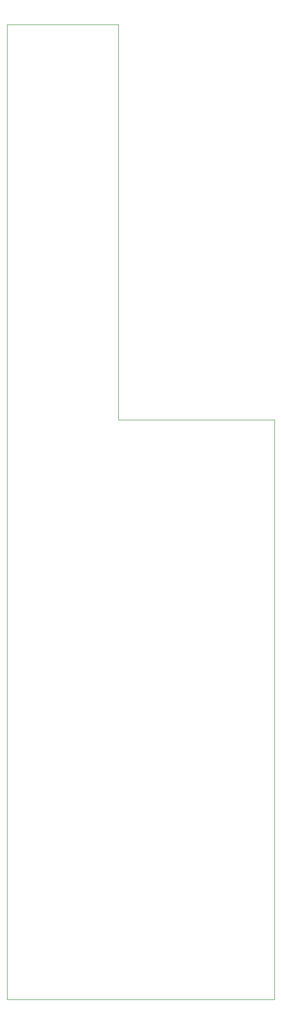
<source format=gm1>
%TF.GenerationSoftware,KiCad,Pcbnew,8.0.5*%
%TF.CreationDate,2024-12-03T23:42:19+01:00*%
%TF.ProjectId,DMH_Multiverter_PCB_Conn,444d485f-4d75-46c7-9469-766572746572,1*%
%TF.SameCoordinates,Original*%
%TF.FileFunction,Profile,NP*%
%FSLAX46Y46*%
G04 Gerber Fmt 4.6, Leading zero omitted, Abs format (unit mm)*
G04 Created by KiCad (PCBNEW 8.0.5) date 2024-12-03 23:42:19*
%MOMM*%
%LPD*%
G01*
G04 APERTURE LIST*
%TA.AperFunction,Profile*%
%ADD10C,0.100000*%
%TD*%
G04 APERTURE END LIST*
D10*
X71000000Y-113500000D02*
X99000000Y-113500000D01*
X51000000Y-217500000D02*
X51000000Y-42500000D01*
X51000000Y-42500000D02*
X71000000Y-42500000D01*
X71000000Y-42500000D02*
X71000000Y-113500000D01*
X99000000Y-113500000D02*
X99000000Y-217500000D01*
X99000000Y-217500000D02*
X51000000Y-217500000D01*
M02*

</source>
